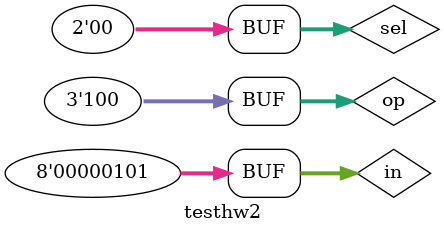
<source format=sv>
`timescale 1ns/1ps 
module Exercise_2 (MyInput,MyConstantSelect,MyOperation,MyStatus,MyOutput); 
input [7:0] MyInput; 
input [1:0] MyConstantSelect; // 0: Constant = 1, 1: Constant = 3, // 2: Constant = 5, 3: Constant = 7 
input [2:0] MyOperation; // 0 for Addition : MyOutput = MyInput + Constant // 1 for Subtract : MyOutput = MyInput - Constant // 2 for NAND : MyOutput = MyInput NAND Constant // 3 for NOR : MyOutput = MyInput NOR Constant // 4 for XOR : MyOutput = MyInput XOR Constant // 5-7 : not used 
output MyStatus; // if MyOutput is equal to 0 then MyStatus = 1 // else MyStatus = 0 
output [7:0] MyOutput; 



logic [3:0] cons; 
logic status; 
logic [7:0] out; 
always_comb begin 

	cons = (2'b10 *MyConstantSelect) + 1; 
	case (MyOperation) 3'b000: out = MyInput + cons; 
		3'b001: out = MyInput + ~cons +1; 
		3'b010: out = ~(MyInput & cons); 
		3'b011: out = ~(MyInput | cons); 
		3'b100: out = MyInput ^ cons; 
	endcase status = (out == 8'b0); 
end 
assign MyOutput = out; 
assign MyStatus = status; 
endmodule 







module testhw2; 


logic [7:0] in; 
logic [1:0] sel; 
logic [2:0] op; 
logic stat; 
logic [7:0] out; 
Exercise_2 ex ( 
.MyInput(in), 
.MyConstantSelect(sel), 
.MyOperation(op), 
.MyStatus(stat), 
.MyOutput(out) ); 

initial begin 
in = 8'b00000101; 
sel = 2'b10; 
op = 3'b000; 
#10 op = 3'b001; 
#10 sel = 2'b01; 
#10 sel = 2'b00; 
#10 op = 3'b000;
#10 op = 3'b001;
#10 op = 3'b010;
#10 op = 3'b011;
#10 op = 3'b100;
end

endmodule




</source>
